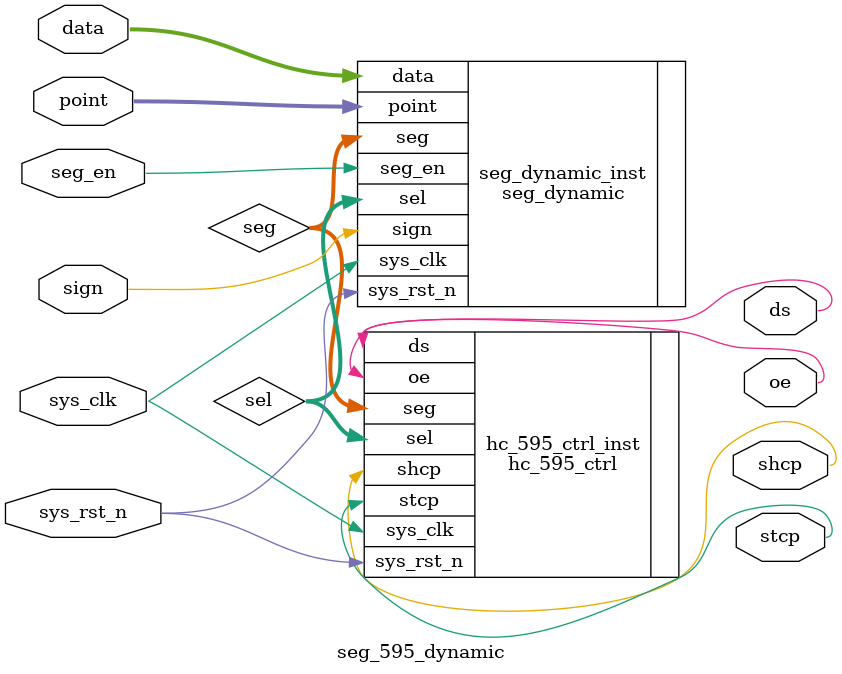
<source format=v>
module seg_595_dynamic
(
input wire sys_clk , //ÏµÍ³Ê±ÖÓ£¬ÆµÂÊ 50MHz
input wire sys_rst_n , //¸´Î»ÐÅºÅ£¬µÍÓÐÐ§
input wire [19:0] data , //ÊýÂë¹ÜÒªÏÔÊ¾µÄÖµ
input wire [5:0] point , //Ð¡ÊýµãÏÔÊ¾,¸ßµçÆ½ÓÐÐ§
input wire seg_en , //ÊýÂë¹ÜÊ¹ÄÜÐÅºÅ£¬¸ßµçÆ½ÓÐÐ§
input wire sign , //·ûºÅÎ»£¬¸ßµçÆ½ÏÔÊ¾¸ººÅ

output wire stcp , //Êä³öÊý¾Ý´æ´¢¼ÄÊ±ÖÓ
output wire shcp , //ÒÆÎ»¼Ä´æÆ÷µÄÊ±ÖÓÊäÈë
output wire ds , //´®ÐÐÊý¾ÝÊäÈë
output wire oe //Êä³öÊ¹ÄÜÐÅºÅ

);

wire [5:0] sel; //ÊýÂë¹ÜÎ»Ñ¡ÐÅºÅ
wire [7:0] seg; //ÊýÂë¹Ü¶ÎÑ¡ÐÅºÅ

seg_dynamic seg_dynamic_inst
(
.sys_clk (sys_clk ), //ÏµÍ³Ê±ÖÓ£¬ÆµÂÊ 50MHz
.sys_rst_n (sys_rst_n), //¸´Î»ÐÅºÅ£¬µÍÓÐÐ§
.data (data ), //ÊýÂë¹ÜÒªÏÔÊ¾µÄÖµ
.point (point ), //Ð¡ÊýµãÏÔÊ¾,¸ßµçÆ½ÓÐÐ§
.seg_en (seg_en ), //ÊýÂë¹ÜÊ¹ÄÜÐÅºÅ£¬¸ßµçÆ½ÓÐÐ§
.sign (sign ), //·ûºÅÎ»£¬¸ßµçÆ½ÏÔÊ¾¸ººÅ

.sel (sel ), //ÊýÂë¹ÜÎ»Ñ¡ÐÅºÅ
.seg (seg ) //ÊýÂë¹Ü¶ÎÑ¡ÐÅºÅ

);
hc_595_ctrl hc_595_ctrl_inst
(
.sys_clk (sys_clk ), //ÏµÍ³Ê±ÖÓ£¬ÆµÂÊ 50MHz
.sys_rst_n (sys_rst_n), //¸´Î»ÐÅºÅ£¬µÍÓÐÐ§
.sel (sel ), //ÊýÂë¹ÜÎ»Ñ¡ÐÅºÅ
.seg (seg ), //ÊýÂë¹Ü¶ÎÑ¡ÐÅºÅ

.stcp (stcp ), //Êä³öÊý¾Ý´æ´¢¼ÄÊ±ÖÓ
.shcp (shcp ), //ÒÆÎ»¼Ä´æÆ÷µÄÊ±ÖÓÊäÈë
.ds (ds ), //´®ÐÐÊý¾ÝÊäÈë
.oe (oe )

);

 endmodule
























    
</source>
